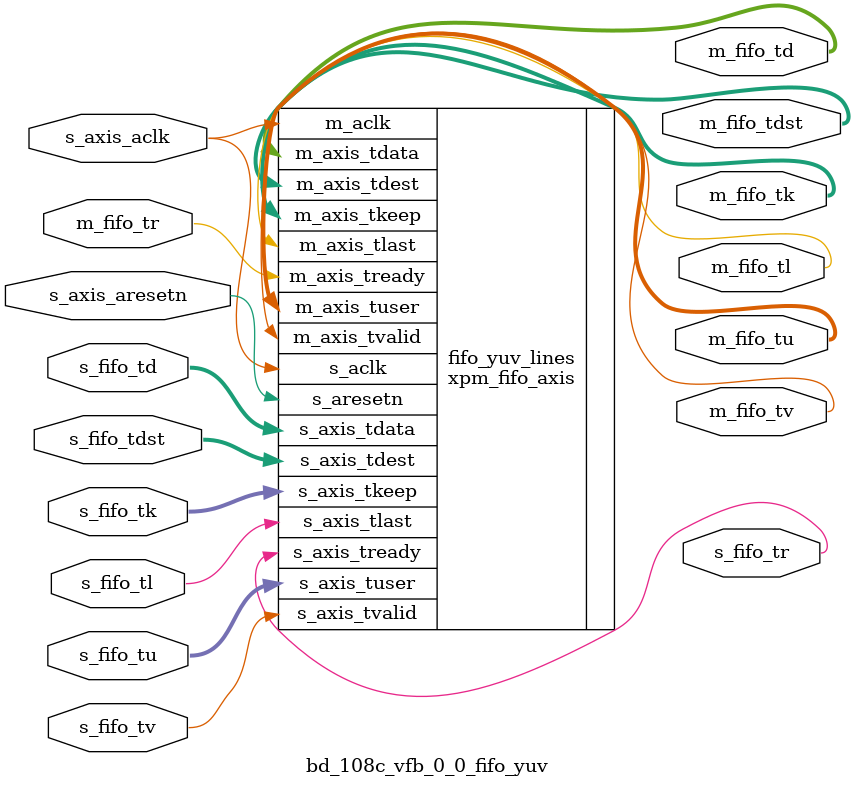
<source format=v>
`timescale 1ps/1ps
module bd_108c_vfb_0_0_fifo_yuv (
  input            s_axis_aclk    ,

  input         s_axis_aresetn ,
  output    s_fifo_tr      ,
  input     s_fifo_tv      ,
  input      [64-1:0]  s_fifo_td      ,
  input      [96-1:0]  s_fifo_tu      ,
  input      [4-1:0] s_fifo_tdst      ,
  input      [8-1:0] s_fifo_tk      ,
  input      s_fifo_tl      ,
  input     m_fifo_tr      ,
  output     m_fifo_tv      ,
  output   [64-1:0]   m_fifo_td      ,
  output   [4-1:0] m_fifo_tdst ,
  output   [96-1:0]  m_fifo_tu      ,
  output    [8-1:0] m_fifo_tk      ,
  output      m_fifo_tl      
);

xpm_fifo_axis#(
      .CLOCKING_MODE("common_clock"), // String
      .ECC_MODE("no_ecc"),            // String
      .FIFO_DEPTH(16),              // DECIMAL
      .FIFO_MEMORY_TYPE("distributed"),      // String
      .PACKET_FIFO("false"),          // String
      .PROG_EMPTY_THRESH(10),         // DECIMAL
      .PROG_FULL_THRESH(123),          // DECIMAL
      .RD_DATA_COUNT_WIDTH(1),        // DECIMAL
      .RELATED_CLOCKS(0),             // DECIMAL
      .SIM_ASSERT_CHK(0),             // DECIMAL; 0=disable simulation messages, 1=enable simulation messages
      .TDATA_WIDTH(64),               // DECIMAL
      .TDEST_WIDTH(4),                // DECIMAL
      .TUSER_WIDTH(96),                // DECIMAL
      .USE_ADV_FEATURES("1000"),      // String
      .WR_DATA_COUNT_WIDTH(1)         // DECIMAL
 ) fifo_yuv_lines(
  .s_aresetn         (s_axis_aresetn ),
  .m_aclk            (s_axis_aclk    ),
  .s_aclk            (s_axis_aclk    ),
  .s_axis_tready     (s_fifo_tr      ),
  .s_axis_tvalid     (s_fifo_tv      ),
  .s_axis_tdata      (s_fifo_td      ),
  .s_axis_tuser      (s_fifo_tu      ),
  .s_axis_tdest      (s_fifo_tdst      ),
  .s_axis_tkeep      (s_fifo_tk      ),
  .s_axis_tlast      (s_fifo_tl      ),
  .m_axis_tready     (m_fifo_tr      ),
  .m_axis_tvalid     (m_fifo_tv      ),
  .m_axis_tdata      (m_fifo_td      ),
  .m_axis_tdest      (m_fifo_tdst     ),
  .m_axis_tuser      (m_fifo_tu      ),
  .m_axis_tkeep      (m_fifo_tk      ),
  .m_axis_tlast      (m_fifo_tl      )
);
endmodule

</source>
